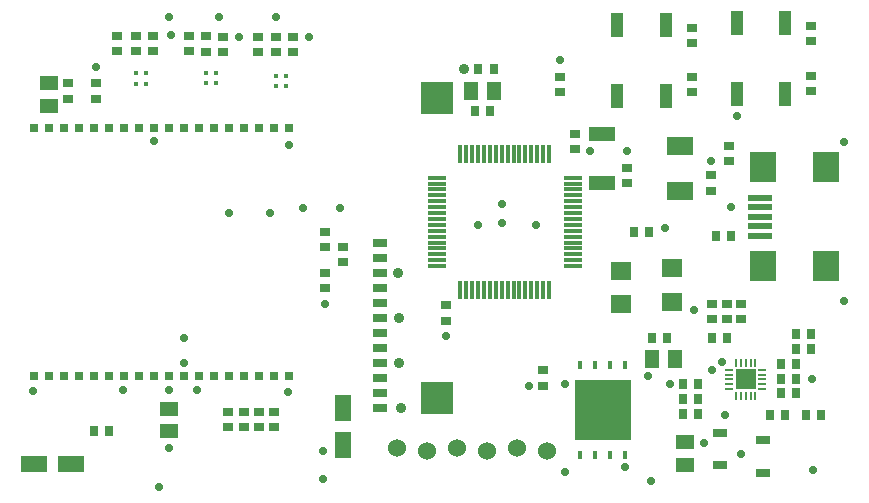
<source format=gts>
G75*
G70*
%OFA0B0*%
%FSLAX24Y24*%
%IPPOS*%
%LPD*%
%AMOC8*
5,1,8,0,0,1.08239X$1,22.5*
%
%ADD10R,0.0256X0.0315*%
%ADD11R,0.0591X0.0118*%
%ADD12R,0.0118X0.0591*%
%ADD13R,0.0276X0.0079*%
%ADD14R,0.0079X0.0276*%
%ADD15R,0.0650X0.0650*%
%ADD16R,0.0866X0.0984*%
%ADD17R,0.0787X0.0197*%
%ADD18R,0.0394X0.0787*%
%ADD19R,0.0177X0.0177*%
%ADD20R,0.1095X0.1095*%
%ADD21C,0.0600*%
%ADD22R,0.0276X0.0354*%
%ADD23R,0.0591X0.0512*%
%ADD24R,0.0512X0.0591*%
%ADD25R,0.0354X0.0276*%
%ADD26R,0.0472X0.0256*%
%ADD27R,0.1900X0.2000*%
%ADD28R,0.0140X0.0300*%
%ADD29R,0.0906X0.0630*%
%ADD30R,0.0866X0.0512*%
%ADD31R,0.0500X0.0250*%
%ADD32R,0.0866X0.0551*%
%ADD33R,0.0551X0.0866*%
%ADD34R,0.0710X0.0630*%
%ADD35C,0.0280*%
%ADD36C,0.0357*%
D10*
X011921Y012634D03*
X011421Y012634D03*
X010921Y012634D03*
X010421Y012634D03*
X009921Y012634D03*
X009421Y012634D03*
X008921Y012634D03*
X008421Y012634D03*
X007921Y012634D03*
X007421Y012634D03*
X006921Y012634D03*
X006421Y012634D03*
X005921Y012634D03*
X005421Y012634D03*
X004921Y012634D03*
X004421Y012634D03*
X003921Y012634D03*
X003421Y012634D03*
X003421Y004366D03*
X003921Y004366D03*
X004421Y004366D03*
X004921Y004366D03*
X005421Y004366D03*
X005921Y004366D03*
X006421Y004366D03*
X006921Y004366D03*
X007421Y004366D03*
X007921Y004366D03*
X008421Y004366D03*
X008921Y004366D03*
X009421Y004366D03*
X009921Y004366D03*
X010421Y004366D03*
X010921Y004366D03*
X011421Y004366D03*
X011921Y004366D03*
D11*
X016846Y010976D03*
X016846Y010780D03*
X016846Y010583D03*
X016846Y010386D03*
X016846Y010189D03*
X016846Y009992D03*
X016846Y009795D03*
X016846Y009598D03*
X016846Y009402D03*
X016846Y009205D03*
X016846Y009008D03*
X016846Y008811D03*
X016846Y008614D03*
X016846Y008417D03*
X016846Y008220D03*
X016846Y008024D03*
X021374Y008024D03*
X021374Y008220D03*
X021374Y008417D03*
X021374Y008614D03*
X021374Y008811D03*
X021374Y009008D03*
X021374Y009205D03*
X021374Y009402D03*
X021374Y009598D03*
X021374Y009795D03*
X021374Y009992D03*
X021374Y010189D03*
X021374Y010386D03*
X021374Y010583D03*
X021374Y010780D03*
X021374Y010976D03*
D12*
X017634Y007236D03*
X017830Y007236D03*
X018027Y007236D03*
X018224Y007236D03*
X018421Y007236D03*
X018618Y007236D03*
X018815Y007236D03*
X019012Y007236D03*
X019208Y007236D03*
X019405Y007236D03*
X019602Y007236D03*
X019799Y007236D03*
X019996Y007236D03*
X020193Y007236D03*
X020390Y007236D03*
X020586Y007236D03*
X020586Y011764D03*
X020390Y011764D03*
X020193Y011764D03*
X019996Y011764D03*
X019799Y011764D03*
X019602Y011764D03*
X019405Y011764D03*
X019208Y011764D03*
X019012Y011764D03*
X018815Y011764D03*
X018618Y011764D03*
X018421Y011764D03*
X018224Y011764D03*
X018027Y011764D03*
X017830Y011764D03*
X017634Y011764D03*
D13*
X026599Y004565D03*
X026599Y004407D03*
X026599Y004250D03*
X026599Y004093D03*
X026599Y003935D03*
X027701Y003935D03*
X027701Y004093D03*
X027701Y004250D03*
X027701Y004407D03*
X027701Y004565D03*
D14*
X026835Y003699D03*
X026993Y003699D03*
X027150Y003699D03*
X027307Y003699D03*
X027465Y003699D03*
X027465Y004801D03*
X027307Y004801D03*
X027150Y004801D03*
X026993Y004801D03*
X026835Y004801D03*
D15*
X027150Y004250D03*
D16*
X027733Y008016D03*
X027733Y011324D03*
X029819Y008016D03*
X029819Y011324D03*
D17*
X027634Y009040D03*
X027634Y009355D03*
X027634Y009670D03*
X027634Y009985D03*
X027634Y010300D03*
D18*
X026859Y013759D03*
X028461Y013759D03*
X026859Y016121D03*
X028461Y016121D03*
X022869Y013709D03*
X024471Y013709D03*
X022869Y016071D03*
X024471Y016071D03*
D19*
X007147Y014113D03*
X006813Y014113D03*
X006813Y014447D03*
X007147Y014447D03*
X009487Y014133D03*
X009153Y014133D03*
X009153Y014467D03*
X009487Y014467D03*
X011807Y014043D03*
X011473Y014043D03*
X011473Y014377D03*
X011807Y014377D03*
D20*
X016840Y003630D03*
X016840Y013630D03*
D21*
X015530Y001950D03*
X016530Y001850D03*
X017530Y001950D03*
X018530Y001850D03*
X019530Y001950D03*
X020530Y001850D03*
D22*
X024024Y005620D03*
X024536Y005620D03*
X028814Y005770D03*
X029326Y005770D03*
X025556Y003600D03*
X025044Y003600D03*
X029656Y003080D03*
X029144Y003080D03*
X028304Y004750D03*
X028816Y004750D03*
X026526Y005640D03*
X026014Y005640D03*
X025556Y003090D03*
X025044Y003090D03*
X025044Y004090D03*
X025556Y004090D03*
X028314Y003790D03*
X028826Y003790D03*
X028826Y004260D03*
X028314Y004260D03*
X028466Y003080D03*
X027954Y003080D03*
X029326Y005250D03*
X028814Y005250D03*
X023936Y009170D03*
X023424Y009170D03*
X018234Y014590D03*
X018746Y014590D03*
X018104Y013200D03*
X018616Y013200D03*
X005424Y002520D03*
X005936Y002520D03*
X026144Y009040D03*
X026656Y009040D03*
D23*
X025110Y002154D03*
X025110Y001406D03*
X003920Y014124D03*
X003920Y013376D03*
X007920Y003274D03*
X007920Y002526D03*
D24*
X024026Y004920D03*
X024774Y004920D03*
X017996Y013860D03*
X018744Y013860D03*
D25*
X027000Y006264D03*
X027000Y006776D03*
X026520Y006776D03*
X026520Y006264D03*
X026020Y006264D03*
X026020Y006776D03*
X013730Y008666D03*
X013730Y008154D03*
X013130Y009176D03*
X013130Y008664D03*
X020950Y014336D03*
X020950Y013824D03*
X013130Y007294D03*
X013130Y007806D03*
X017150Y006204D03*
X017150Y006716D03*
X020380Y004044D03*
X020380Y004556D03*
X011430Y003166D03*
X011430Y002654D03*
X010920Y003166D03*
X010920Y002654D03*
X010420Y003166D03*
X010420Y002654D03*
X009900Y003166D03*
X009900Y002654D03*
X005490Y014116D03*
X005490Y013604D03*
X004570Y014116D03*
X004570Y013604D03*
X025340Y015454D03*
X025340Y015966D03*
X025340Y013814D03*
X025340Y014326D03*
X029330Y015524D03*
X029330Y016036D03*
X029320Y013864D03*
X029320Y014376D03*
X011480Y015666D03*
X011480Y015154D03*
X012040Y015676D03*
X012040Y015164D03*
X010900Y015676D03*
X010900Y015164D03*
X009150Y015686D03*
X009150Y015174D03*
X009730Y015676D03*
X009730Y015164D03*
X008590Y015696D03*
X008590Y015184D03*
X006810Y015706D03*
X006810Y015194D03*
X007380Y015696D03*
X007380Y015184D03*
X006200Y015706D03*
X006200Y015194D03*
X026600Y011534D03*
X026600Y012046D03*
X025990Y011056D03*
X025990Y010544D03*
X021460Y011924D03*
X021460Y012436D03*
X023190Y011296D03*
X023190Y010784D03*
D26*
X026300Y002471D03*
X026300Y001389D03*
X027720Y002221D03*
X027720Y001139D03*
D27*
X022380Y003220D03*
D28*
X021630Y001720D03*
X022130Y001720D03*
X022630Y001720D03*
X023130Y001720D03*
X023130Y004720D03*
X022630Y004720D03*
X022130Y004720D03*
X021630Y004720D03*
D29*
X024940Y010542D03*
X024940Y012038D03*
D30*
X022350Y012437D03*
X022350Y010783D03*
D31*
X014960Y008810D03*
X014960Y008310D03*
X014960Y007810D03*
X014960Y007310D03*
X014960Y006810D03*
X014960Y006310D03*
X014960Y005810D03*
X014960Y005310D03*
X014960Y004810D03*
X014960Y004310D03*
X014960Y003810D03*
X014960Y003310D03*
D32*
X003410Y001430D03*
X004670Y001430D03*
D33*
X013710Y003310D03*
X013710Y002050D03*
D34*
X024700Y007950D03*
X024700Y006830D03*
X022990Y007870D03*
X022990Y006750D03*
D35*
X003390Y003850D03*
X006390Y003900D03*
X007910Y003900D03*
X011900Y003830D03*
X008870Y003890D03*
X027150Y004250D03*
X005490Y014650D03*
X011920Y012070D03*
X024460Y009310D03*
X026650Y009990D03*
X007430Y012190D03*
X018230Y009400D03*
X020160Y009390D03*
X023120Y001340D03*
X020950Y014890D03*
X026000Y011530D03*
X021940Y011850D03*
X023180Y011850D03*
X013130Y006770D03*
X019920Y004040D03*
X029340Y004260D03*
X026340Y004820D03*
X024610Y004090D03*
X025740Y002140D03*
X017150Y005690D03*
X025420Y006580D03*
X023880Y004360D03*
X026860Y013020D03*
X029390Y001240D03*
X007930Y001960D03*
X008430Y005630D03*
X008430Y004790D03*
X007590Y000670D03*
X026030Y004570D03*
X026980Y001770D03*
X026450Y003070D03*
X023990Y000880D03*
X009920Y009810D03*
X011290Y009810D03*
X013630Y009980D03*
X012390Y009980D03*
X007990Y015720D03*
X012600Y015676D03*
X010250Y015676D03*
X007930Y016340D03*
X009580Y016340D03*
X011480Y016330D03*
X030420Y006850D03*
X030420Y012180D03*
X021110Y004100D03*
X021110Y001180D03*
X013050Y001870D03*
X013050Y000940D03*
X019010Y009460D03*
X019010Y010100D03*
D36*
X015540Y007810D03*
X015580Y006310D03*
X015640Y003300D03*
X015580Y004810D03*
X017750Y014590D03*
M02*

</source>
